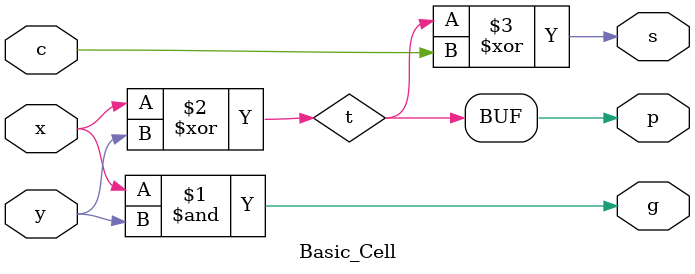
<source format=v>


module Basic_Cell( x, y, c, p, g, s );

	input x, y, c;
	output p, g, s;
	
	wire t;
	
	// generate = x and y
	// propogate = x xor y
	// sum = x xor y xor cin
	and a0( g, x, y );
	xor x0( t, x, y );
	xor x1( s, t, c );
	buf b0( p, t );	
	
endmodule

</source>
